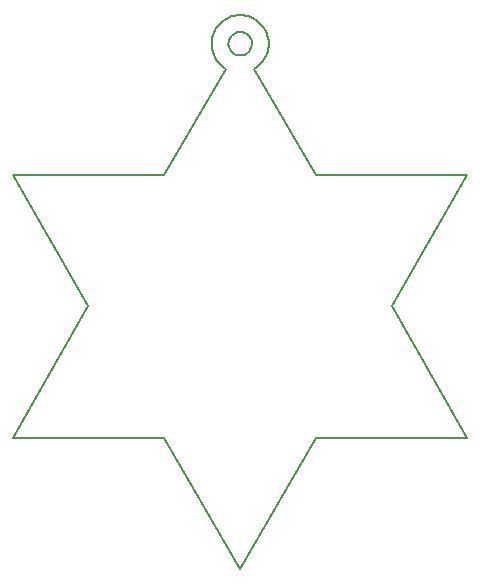
<source format=gbr>
%TF.GenerationSoftware,KiCad,Pcbnew,(5.1.9)-1*%
%TF.CreationDate,2021-09-26T19:09:17+02:00*%
%TF.ProjectId,SnowStar,536e6f77-5374-4617-922e-6b696361645f,rev?*%
%TF.SameCoordinates,Original*%
%TF.FileFunction,Profile,NP*%
%FSLAX46Y46*%
G04 Gerber Fmt 4.6, Leading zero omitted, Abs format (unit mm)*
G04 Created by KiCad (PCBNEW (5.1.9)-1) date 2021-09-26 19:09:17*
%MOMM*%
%LPD*%
G01*
G04 APERTURE LIST*
%TA.AperFunction,Profile*%
%ADD10C,0.200000*%
%TD*%
G04 APERTURE END LIST*
D10*
X137873696Y-125841034D02*
X150714780Y-125841034D01*
X132683312Y-94586591D02*
X132886189Y-94455634D01*
X132886189Y-94455634D02*
X133073050Y-94306829D01*
X133073050Y-94306829D02*
X133243033Y-94141662D01*
X133243033Y-94141662D02*
X133395281Y-93961623D01*
X133395281Y-93961623D02*
X133528933Y-93768198D01*
X133528933Y-93768198D02*
X133643131Y-93562876D01*
X133643131Y-93562876D02*
X133737015Y-93347144D01*
X133737015Y-93347144D02*
X133809726Y-93122491D01*
X133809726Y-93122491D02*
X133860405Y-92890403D01*
X133860405Y-92890403D02*
X133888192Y-92652369D01*
X133888192Y-92652369D02*
X133893575Y-92491111D01*
X129054074Y-92491111D02*
X129066089Y-92732255D01*
X129066089Y-92732255D02*
X129101565Y-92968449D01*
X129101565Y-92968449D02*
X129159641Y-93198206D01*
X129159641Y-93198206D02*
X129239459Y-93420038D01*
X129239459Y-93420038D02*
X129340161Y-93632459D01*
X129340161Y-93632459D02*
X129460888Y-93833980D01*
X129460888Y-93833980D02*
X129600780Y-94023114D01*
X129600780Y-94023114D02*
X129758981Y-94198373D01*
X129758981Y-94198373D02*
X129934629Y-94358271D01*
X129934629Y-94358271D02*
X130126868Y-94501320D01*
X130126868Y-94501320D02*
X130263820Y-94586591D01*
X129762613Y-90780006D02*
X129601890Y-90957509D01*
X129601890Y-90957509D02*
X129460470Y-91148582D01*
X129460470Y-91148582D02*
X129339008Y-91351638D01*
X129339008Y-91351638D02*
X129238161Y-91565088D01*
X129238161Y-91565088D02*
X129158588Y-91787348D01*
X129158588Y-91787348D02*
X129100944Y-92016829D01*
X129100944Y-92016829D02*
X129065887Y-92251946D01*
X129065887Y-92251946D02*
X129054074Y-92491111D01*
X131473566Y-90071102D02*
X131234404Y-90082965D01*
X131234404Y-90082965D02*
X130999295Y-90118073D01*
X130999295Y-90118073D02*
X130769826Y-90175765D01*
X130769826Y-90175765D02*
X130547583Y-90255386D01*
X130547583Y-90255386D02*
X130334154Y-90356278D01*
X130334154Y-90356278D02*
X130131125Y-90477784D01*
X130131125Y-90477784D02*
X129940082Y-90619245D01*
X129940082Y-90619245D02*
X129762613Y-90780006D01*
X131473753Y-91498056D02*
X131473753Y-91498056D01*
X131473566Y-90071102D02*
X131473566Y-90071102D01*
X132466561Y-92490864D02*
X132446390Y-92290778D01*
X132446390Y-92290778D02*
X132368659Y-92060440D01*
X132368659Y-92060440D02*
X132239852Y-91859345D01*
X132239852Y-91859345D02*
X132067765Y-91695291D01*
X132067765Y-91695291D02*
X131860198Y-91576075D01*
X131860198Y-91576075D02*
X131624947Y-91509495D01*
X131624947Y-91509495D02*
X131473753Y-91498056D01*
X125039847Y-125829146D02*
X131460130Y-136949922D01*
X133184853Y-90779824D02*
X133007340Y-90619061D01*
X133007340Y-90619061D02*
X132816253Y-90477605D01*
X132816253Y-90477605D02*
X132613180Y-90356111D01*
X132613180Y-90356111D02*
X132399706Y-90255238D01*
X132399706Y-90255238D02*
X132177421Y-90175644D01*
X132177421Y-90175644D02*
X131947911Y-90117984D01*
X131947911Y-90117984D02*
X131712763Y-90082918D01*
X131712763Y-90082918D02*
X131473566Y-90071102D01*
X144301215Y-114732143D02*
X150721498Y-103611369D01*
X131473753Y-91498056D02*
X131253161Y-91522824D01*
X131253161Y-91522824D02*
X131047587Y-91594155D01*
X131047587Y-91594155D02*
X130863706Y-91707587D01*
X130863706Y-91707587D02*
X130708195Y-91858660D01*
X130708195Y-91858660D02*
X130587730Y-92042913D01*
X130587730Y-92042913D02*
X130556517Y-92110933D01*
X137894367Y-103611369D02*
X132683312Y-94586591D01*
X130771731Y-93192886D02*
X130945226Y-93331353D01*
X130945226Y-93331353D02*
X131141027Y-93426277D01*
X131141027Y-93426277D02*
X131351260Y-93476092D01*
X131351260Y-93476092D02*
X131568047Y-93479230D01*
X131568047Y-93479230D02*
X131783515Y-93434126D01*
X131783515Y-93434126D02*
X131853684Y-93408100D01*
X131853684Y-93408100D02*
X132048004Y-93300800D01*
X132048004Y-93300800D02*
X132210633Y-93156229D01*
X132210633Y-93156229D02*
X132337108Y-92981063D01*
X132337108Y-92981063D02*
X132422969Y-92781978D01*
X132422969Y-92781978D02*
X132463753Y-92565650D01*
X132463753Y-92565650D02*
X132466561Y-92490864D01*
X130556517Y-92110933D02*
X130494983Y-92324210D01*
X130494983Y-92324210D02*
X130482214Y-92541433D01*
X130482214Y-92541433D02*
X130516644Y-92754726D01*
X130516644Y-92754726D02*
X130596706Y-92956213D01*
X130596706Y-92956213D02*
X130720833Y-93138018D01*
X130720833Y-93138018D02*
X130771731Y-93192886D01*
X150721498Y-103611369D02*
X137894367Y-103611369D01*
X150714780Y-125841034D02*
X144301215Y-114732143D01*
X131460130Y-136949922D02*
X137873696Y-125841034D01*
X112212198Y-125829146D02*
X125039847Y-125829146D01*
X118632482Y-114708889D02*
X112212198Y-125829146D01*
X112218916Y-103599483D02*
X118632482Y-114708889D01*
X133893575Y-92491111D02*
X133881758Y-92251913D01*
X133881758Y-92251913D02*
X133846692Y-92016765D01*
X133846692Y-92016765D02*
X133789032Y-91787255D01*
X133789032Y-91787255D02*
X133709438Y-91564969D01*
X133709438Y-91564969D02*
X133608565Y-91351496D01*
X133608565Y-91351496D02*
X133487071Y-91148422D01*
X133487071Y-91148422D02*
X133345615Y-90957336D01*
X133345615Y-90957336D02*
X133184853Y-90779824D01*
X130263820Y-94586591D02*
X125060000Y-103600000D01*
X125060000Y-103600000D02*
X112218916Y-103599483D01*
M02*

</source>
